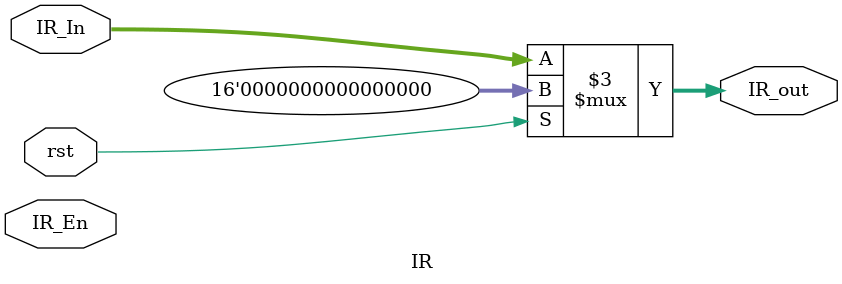
<source format=v>
module IR(IR_In, IR_En, rst, IR_out);
input [15:0] IR_In; 
 
input IR_En, rst; 
output reg [15:0] IR_out;

//Register Out Functionality
always @(IR_En or rst) 
begin
 if(rst)
  IR_out <= 1'b0; 
  
 else  
  IR_out <= IR_In;
        
end 
endmodule 
</source>
